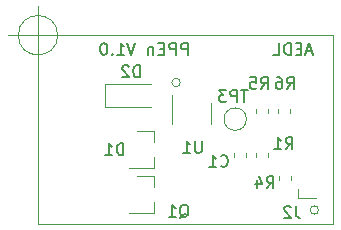
<source format=gbr>
G04 #@! TF.GenerationSoftware,KiCad,Pcbnew,(5.1.2)-2*
G04 #@! TF.CreationDate,2019-08-27T22:51:35+12:00*
G04 #@! TF.ProjectId,CacPP_PIC10,43616350-505f-4504-9943-31302e6b6963,rev?*
G04 #@! TF.SameCoordinates,Original*
G04 #@! TF.FileFunction,Legend,Bot*
G04 #@! TF.FilePolarity,Positive*
%FSLAX46Y46*%
G04 Gerber Fmt 4.6, Leading zero omitted, Abs format (unit mm)*
G04 Created by KiCad (PCBNEW (5.1.2)-2) date 2019-08-27 22:51:35*
%MOMM*%
%LPD*%
G04 APERTURE LIST*
%ADD10C,0.050000*%
%ADD11C,0.150000*%
%ADD12C,0.120000*%
G04 APERTURE END LIST*
D10*
X51666666Y-30000000D02*
G75*
G03X51666666Y-30000000I-1666666J0D01*
G01*
X47500000Y-30000000D02*
X52500000Y-30000000D01*
X50000000Y-27500000D02*
X50000000Y-32500000D01*
D11*
X62666666Y-31652380D02*
X62666666Y-30652380D01*
X62285714Y-30652380D01*
X62190476Y-30700000D01*
X62142857Y-30747619D01*
X62095238Y-30842857D01*
X62095238Y-30985714D01*
X62142857Y-31080952D01*
X62190476Y-31128571D01*
X62285714Y-31176190D01*
X62666666Y-31176190D01*
X61666666Y-31652380D02*
X61666666Y-30652380D01*
X61285714Y-30652380D01*
X61190476Y-30700000D01*
X61142857Y-30747619D01*
X61095238Y-30842857D01*
X61095238Y-30985714D01*
X61142857Y-31080952D01*
X61190476Y-31128571D01*
X61285714Y-31176190D01*
X61666666Y-31176190D01*
X60666666Y-31128571D02*
X60333333Y-31128571D01*
X60190476Y-31652380D02*
X60666666Y-31652380D01*
X60666666Y-30652380D01*
X60190476Y-30652380D01*
X59761904Y-30985714D02*
X59761904Y-31652380D01*
X59761904Y-31080952D02*
X59714285Y-31033333D01*
X59619047Y-30985714D01*
X59476190Y-30985714D01*
X59380952Y-31033333D01*
X59333333Y-31128571D01*
X59333333Y-31652380D01*
X58238095Y-30652380D02*
X57904761Y-31652380D01*
X57571428Y-30652380D01*
X56714285Y-31652380D02*
X57285714Y-31652380D01*
X57000000Y-31652380D02*
X57000000Y-30652380D01*
X57095238Y-30795238D01*
X57190476Y-30890476D01*
X57285714Y-30938095D01*
X56285714Y-31557142D02*
X56238095Y-31604761D01*
X56285714Y-31652380D01*
X56333333Y-31604761D01*
X56285714Y-31557142D01*
X56285714Y-31652380D01*
X55619047Y-30652380D02*
X55523809Y-30652380D01*
X55428571Y-30700000D01*
X55380952Y-30747619D01*
X55333333Y-30842857D01*
X55285714Y-31033333D01*
X55285714Y-31271428D01*
X55333333Y-31461904D01*
X55380952Y-31557142D01*
X55428571Y-31604761D01*
X55523809Y-31652380D01*
X55619047Y-31652380D01*
X55714285Y-31604761D01*
X55761904Y-31557142D01*
X55809523Y-31461904D01*
X55857142Y-31271428D01*
X55857142Y-31033333D01*
X55809523Y-30842857D01*
X55761904Y-30747619D01*
X55714285Y-30700000D01*
X55619047Y-30652380D01*
X73195238Y-31366666D02*
X72719047Y-31366666D01*
X73290476Y-31652380D02*
X72957142Y-30652380D01*
X72623809Y-31652380D01*
X72290476Y-31128571D02*
X71957142Y-31128571D01*
X71814285Y-31652380D02*
X72290476Y-31652380D01*
X72290476Y-30652380D01*
X71814285Y-30652380D01*
X71385714Y-31652380D02*
X71385714Y-30652380D01*
X71147619Y-30652380D01*
X71004761Y-30700000D01*
X70909523Y-30795238D01*
X70861904Y-30890476D01*
X70814285Y-31080952D01*
X70814285Y-31223809D01*
X70861904Y-31414285D01*
X70909523Y-31509523D01*
X71004761Y-31604761D01*
X71147619Y-31652380D01*
X71385714Y-31652380D01*
X69909523Y-31652380D02*
X70385714Y-31652380D01*
X70385714Y-30652380D01*
D12*
X73760000Y-44800000D02*
G75*
G03X73760000Y-44800000I-360000J0D01*
G01*
X62060000Y-34000000D02*
G75*
G03X62060000Y-34000000I-360000J0D01*
G01*
D10*
X50000000Y-46000000D02*
X53000000Y-46000000D01*
X50000000Y-30000000D02*
X50000000Y-46000000D01*
X53000000Y-30000000D02*
X50000000Y-30000000D01*
X75000000Y-30000000D02*
X53000000Y-30000000D01*
X75000000Y-46000000D02*
X53000000Y-46000000D01*
X75000000Y-30000000D02*
X75000000Y-46000000D01*
D12*
X72005000Y-42980000D02*
X72005000Y-43800000D01*
X72005000Y-43800000D02*
X73575000Y-43800000D01*
X67610000Y-40271267D02*
X67610000Y-39928733D01*
X66590000Y-40271267D02*
X66590000Y-39928733D01*
X55650000Y-36100000D02*
X55650000Y-34100000D01*
X55650000Y-34100000D02*
X59550000Y-34100000D01*
X55650000Y-36100000D02*
X59550000Y-36100000D01*
X59860000Y-41920000D02*
X59860000Y-42850000D01*
X59860000Y-45080000D02*
X59860000Y-44150000D01*
X59860000Y-45080000D02*
X57700000Y-45080000D01*
X59860000Y-41920000D02*
X58400000Y-41920000D01*
X69510000Y-40271267D02*
X69510000Y-39928733D01*
X68490000Y-40271267D02*
X68490000Y-39928733D01*
X70390000Y-42271267D02*
X70390000Y-41928733D01*
X71410000Y-42271267D02*
X71410000Y-41928733D01*
X68490000Y-36571267D02*
X68490000Y-36228733D01*
X69510000Y-36571267D02*
X69510000Y-36228733D01*
X70290000Y-36228733D02*
X70290000Y-36571267D01*
X71310000Y-36228733D02*
X71310000Y-36571267D01*
X64610000Y-35700000D02*
X64610000Y-37500000D01*
X61390000Y-37500000D02*
X61390000Y-35050000D01*
X59860000Y-38120000D02*
X59860000Y-39050000D01*
X59860000Y-41280000D02*
X59860000Y-40350000D01*
X59860000Y-41280000D02*
X57700000Y-41280000D01*
X59860000Y-38120000D02*
X58400000Y-38120000D01*
X67650000Y-37100000D02*
G75*
G03X67650000Y-37100000I-950000J0D01*
G01*
D11*
X71833333Y-44452380D02*
X71833333Y-45166666D01*
X71880952Y-45309523D01*
X71976190Y-45404761D01*
X72119047Y-45452380D01*
X72214285Y-45452380D01*
X71404761Y-44547619D02*
X71357142Y-44500000D01*
X71261904Y-44452380D01*
X71023809Y-44452380D01*
X70928571Y-44500000D01*
X70880952Y-44547619D01*
X70833333Y-44642857D01*
X70833333Y-44738095D01*
X70880952Y-44880952D01*
X71452380Y-45452380D01*
X70833333Y-45452380D01*
X65466666Y-41057142D02*
X65514285Y-41104761D01*
X65657142Y-41152380D01*
X65752380Y-41152380D01*
X65895238Y-41104761D01*
X65990476Y-41009523D01*
X66038095Y-40914285D01*
X66085714Y-40723809D01*
X66085714Y-40580952D01*
X66038095Y-40390476D01*
X65990476Y-40295238D01*
X65895238Y-40200000D01*
X65752380Y-40152380D01*
X65657142Y-40152380D01*
X65514285Y-40200000D01*
X65466666Y-40247619D01*
X64514285Y-41152380D02*
X65085714Y-41152380D01*
X64800000Y-41152380D02*
X64800000Y-40152380D01*
X64895238Y-40295238D01*
X64990476Y-40390476D01*
X65085714Y-40438095D01*
X58638095Y-33552380D02*
X58638095Y-32552380D01*
X58400000Y-32552380D01*
X58257142Y-32600000D01*
X58161904Y-32695238D01*
X58114285Y-32790476D01*
X58066666Y-32980952D01*
X58066666Y-33123809D01*
X58114285Y-33314285D01*
X58161904Y-33409523D01*
X58257142Y-33504761D01*
X58400000Y-33552380D01*
X58638095Y-33552380D01*
X57685714Y-32647619D02*
X57638095Y-32600000D01*
X57542857Y-32552380D01*
X57304761Y-32552380D01*
X57209523Y-32600000D01*
X57161904Y-32647619D01*
X57114285Y-32742857D01*
X57114285Y-32838095D01*
X57161904Y-32980952D01*
X57733333Y-33552380D01*
X57114285Y-33552380D01*
X61995238Y-45447619D02*
X62090476Y-45400000D01*
X62185714Y-45304761D01*
X62328571Y-45161904D01*
X62423809Y-45114285D01*
X62519047Y-45114285D01*
X62471428Y-45352380D02*
X62566666Y-45304761D01*
X62661904Y-45209523D01*
X62709523Y-45019047D01*
X62709523Y-44685714D01*
X62661904Y-44495238D01*
X62566666Y-44400000D01*
X62471428Y-44352380D01*
X62280952Y-44352380D01*
X62185714Y-44400000D01*
X62090476Y-44495238D01*
X62042857Y-44685714D01*
X62042857Y-45019047D01*
X62090476Y-45209523D01*
X62185714Y-45304761D01*
X62280952Y-45352380D01*
X62471428Y-45352380D01*
X61090476Y-45352380D02*
X61661904Y-45352380D01*
X61376190Y-45352380D02*
X61376190Y-44352380D01*
X61471428Y-44495238D01*
X61566666Y-44590476D01*
X61661904Y-44638095D01*
X70966666Y-39652380D02*
X71300000Y-39176190D01*
X71538095Y-39652380D02*
X71538095Y-38652380D01*
X71157142Y-38652380D01*
X71061904Y-38700000D01*
X71014285Y-38747619D01*
X70966666Y-38842857D01*
X70966666Y-38985714D01*
X71014285Y-39080952D01*
X71061904Y-39128571D01*
X71157142Y-39176190D01*
X71538095Y-39176190D01*
X70014285Y-39652380D02*
X70585714Y-39652380D01*
X70300000Y-39652380D02*
X70300000Y-38652380D01*
X70395238Y-38795238D01*
X70490476Y-38890476D01*
X70585714Y-38938095D01*
X69366666Y-42952380D02*
X69700000Y-42476190D01*
X69938095Y-42952380D02*
X69938095Y-41952380D01*
X69557142Y-41952380D01*
X69461904Y-42000000D01*
X69414285Y-42047619D01*
X69366666Y-42142857D01*
X69366666Y-42285714D01*
X69414285Y-42380952D01*
X69461904Y-42428571D01*
X69557142Y-42476190D01*
X69938095Y-42476190D01*
X68509523Y-42285714D02*
X68509523Y-42952380D01*
X68747619Y-41904761D02*
X68985714Y-42619047D01*
X68366666Y-42619047D01*
X68866666Y-34552380D02*
X69200000Y-34076190D01*
X69438095Y-34552380D02*
X69438095Y-33552380D01*
X69057142Y-33552380D01*
X68961904Y-33600000D01*
X68914285Y-33647619D01*
X68866666Y-33742857D01*
X68866666Y-33885714D01*
X68914285Y-33980952D01*
X68961904Y-34028571D01*
X69057142Y-34076190D01*
X69438095Y-34076190D01*
X67961904Y-33552380D02*
X68438095Y-33552380D01*
X68485714Y-34028571D01*
X68438095Y-33980952D01*
X68342857Y-33933333D01*
X68104761Y-33933333D01*
X68009523Y-33980952D01*
X67961904Y-34028571D01*
X67914285Y-34123809D01*
X67914285Y-34361904D01*
X67961904Y-34457142D01*
X68009523Y-34504761D01*
X68104761Y-34552380D01*
X68342857Y-34552380D01*
X68438095Y-34504761D01*
X68485714Y-34457142D01*
X71066666Y-34552380D02*
X71400000Y-34076190D01*
X71638095Y-34552380D02*
X71638095Y-33552380D01*
X71257142Y-33552380D01*
X71161904Y-33600000D01*
X71114285Y-33647619D01*
X71066666Y-33742857D01*
X71066666Y-33885714D01*
X71114285Y-33980952D01*
X71161904Y-34028571D01*
X71257142Y-34076190D01*
X71638095Y-34076190D01*
X70209523Y-33552380D02*
X70400000Y-33552380D01*
X70495238Y-33600000D01*
X70542857Y-33647619D01*
X70638095Y-33790476D01*
X70685714Y-33980952D01*
X70685714Y-34361904D01*
X70638095Y-34457142D01*
X70590476Y-34504761D01*
X70495238Y-34552380D01*
X70304761Y-34552380D01*
X70209523Y-34504761D01*
X70161904Y-34457142D01*
X70114285Y-34361904D01*
X70114285Y-34123809D01*
X70161904Y-34028571D01*
X70209523Y-33980952D01*
X70304761Y-33933333D01*
X70495238Y-33933333D01*
X70590476Y-33980952D01*
X70638095Y-34028571D01*
X70685714Y-34123809D01*
X63861904Y-38952380D02*
X63861904Y-39761904D01*
X63814285Y-39857142D01*
X63766666Y-39904761D01*
X63671428Y-39952380D01*
X63480952Y-39952380D01*
X63385714Y-39904761D01*
X63338095Y-39857142D01*
X63290476Y-39761904D01*
X63290476Y-38952380D01*
X62290476Y-39952380D02*
X62861904Y-39952380D01*
X62576190Y-39952380D02*
X62576190Y-38952380D01*
X62671428Y-39095238D01*
X62766666Y-39190476D01*
X62861904Y-39238095D01*
X57238095Y-40152380D02*
X57238095Y-39152380D01*
X57000000Y-39152380D01*
X56857142Y-39200000D01*
X56761904Y-39295238D01*
X56714285Y-39390476D01*
X56666666Y-39580952D01*
X56666666Y-39723809D01*
X56714285Y-39914285D01*
X56761904Y-40009523D01*
X56857142Y-40104761D01*
X57000000Y-40152380D01*
X57238095Y-40152380D01*
X55714285Y-40152380D02*
X56285714Y-40152380D01*
X56000000Y-40152380D02*
X56000000Y-39152380D01*
X56095238Y-39295238D01*
X56190476Y-39390476D01*
X56285714Y-39438095D01*
X67761904Y-34652380D02*
X67190476Y-34652380D01*
X67476190Y-35652380D02*
X67476190Y-34652380D01*
X66857142Y-35652380D02*
X66857142Y-34652380D01*
X66476190Y-34652380D01*
X66380952Y-34700000D01*
X66333333Y-34747619D01*
X66285714Y-34842857D01*
X66285714Y-34985714D01*
X66333333Y-35080952D01*
X66380952Y-35128571D01*
X66476190Y-35176190D01*
X66857142Y-35176190D01*
X65952380Y-34652380D02*
X65333333Y-34652380D01*
X65666666Y-35033333D01*
X65523809Y-35033333D01*
X65428571Y-35080952D01*
X65380952Y-35128571D01*
X65333333Y-35223809D01*
X65333333Y-35461904D01*
X65380952Y-35557142D01*
X65428571Y-35604761D01*
X65523809Y-35652380D01*
X65809523Y-35652380D01*
X65904761Y-35604761D01*
X65952380Y-35557142D01*
M02*

</source>
